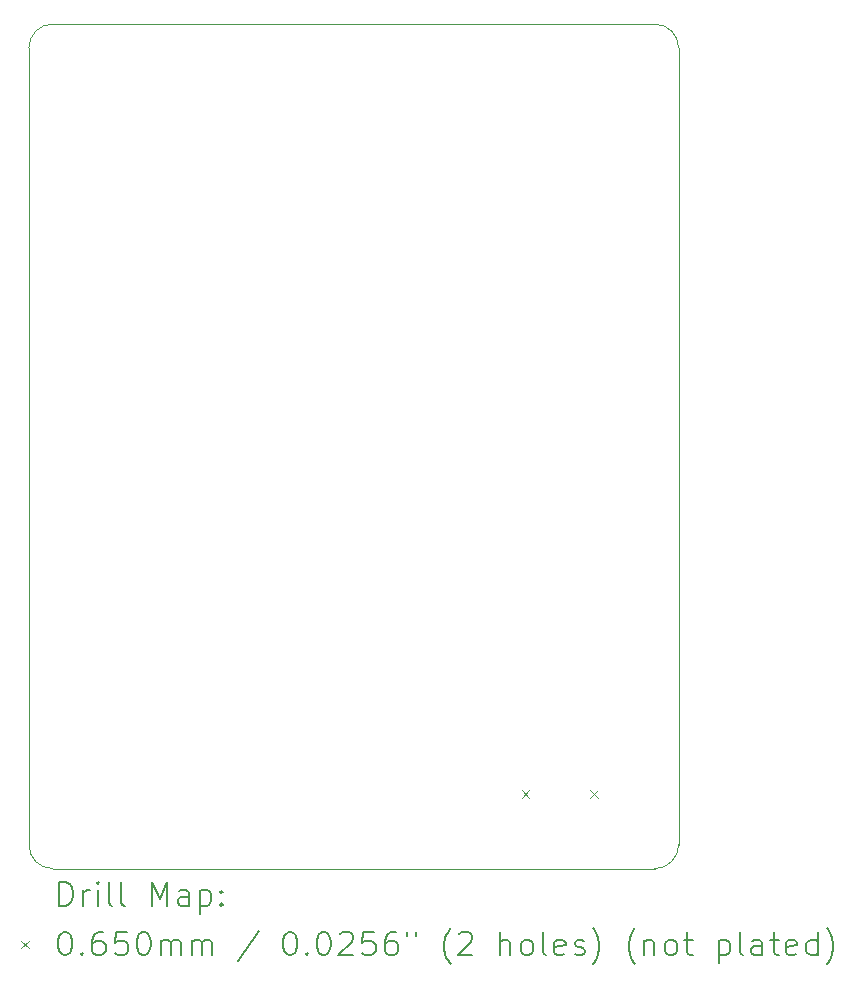
<source format=gbr>
%TF.GenerationSoftware,KiCad,Pcbnew,8.0.5*%
%TF.CreationDate,2024-10-07T09:32:30+08:00*%
%TF.ProjectId,draft-board,64726166-742d-4626-9f61-72642e6b6963,rev?*%
%TF.SameCoordinates,Original*%
%TF.FileFunction,Drillmap*%
%TF.FilePolarity,Positive*%
%FSLAX45Y45*%
G04 Gerber Fmt 4.5, Leading zero omitted, Abs format (unit mm)*
G04 Created by KiCad (PCBNEW 8.0.5) date 2024-10-07 09:32:30*
%MOMM*%
%LPD*%
G01*
G04 APERTURE LIST*
%ADD10C,0.050000*%
%ADD11C,0.200000*%
%ADD12C,0.100000*%
G04 APERTURE END LIST*
D10*
X15500000Y-11950000D02*
G75*
G02*
X15300000Y-12150000I-200000J0D01*
G01*
X15300000Y-12150000D02*
X10200000Y-12150000D01*
X10000000Y-5200000D02*
G75*
G02*
X10200000Y-5000000I200000J0D01*
G01*
X15300000Y-5000000D02*
G75*
G02*
X15500000Y-5200000I0J-200000D01*
G01*
X10000000Y-11950000D02*
X10000000Y-5200000D01*
X10200000Y-5000000D02*
X15300000Y-5000000D01*
X10200000Y-12150000D02*
G75*
G02*
X10000000Y-11950000I0J200000D01*
G01*
X15500000Y-5200000D02*
X15500000Y-11950000D01*
D11*
D12*
X14171740Y-11487520D02*
X14236740Y-11552520D01*
X14236740Y-11487520D02*
X14171740Y-11552520D01*
X14749740Y-11487520D02*
X14814740Y-11552520D01*
X14814740Y-11487520D02*
X14749740Y-11552520D01*
D11*
X10258277Y-12463984D02*
X10258277Y-12263984D01*
X10258277Y-12263984D02*
X10305896Y-12263984D01*
X10305896Y-12263984D02*
X10334467Y-12273508D01*
X10334467Y-12273508D02*
X10353515Y-12292555D01*
X10353515Y-12292555D02*
X10363039Y-12311603D01*
X10363039Y-12311603D02*
X10372563Y-12349698D01*
X10372563Y-12349698D02*
X10372563Y-12378269D01*
X10372563Y-12378269D02*
X10363039Y-12416365D01*
X10363039Y-12416365D02*
X10353515Y-12435412D01*
X10353515Y-12435412D02*
X10334467Y-12454460D01*
X10334467Y-12454460D02*
X10305896Y-12463984D01*
X10305896Y-12463984D02*
X10258277Y-12463984D01*
X10458277Y-12463984D02*
X10458277Y-12330650D01*
X10458277Y-12368746D02*
X10467801Y-12349698D01*
X10467801Y-12349698D02*
X10477324Y-12340174D01*
X10477324Y-12340174D02*
X10496372Y-12330650D01*
X10496372Y-12330650D02*
X10515420Y-12330650D01*
X10582086Y-12463984D02*
X10582086Y-12330650D01*
X10582086Y-12263984D02*
X10572563Y-12273508D01*
X10572563Y-12273508D02*
X10582086Y-12283031D01*
X10582086Y-12283031D02*
X10591610Y-12273508D01*
X10591610Y-12273508D02*
X10582086Y-12263984D01*
X10582086Y-12263984D02*
X10582086Y-12283031D01*
X10705896Y-12463984D02*
X10686848Y-12454460D01*
X10686848Y-12454460D02*
X10677324Y-12435412D01*
X10677324Y-12435412D02*
X10677324Y-12263984D01*
X10810658Y-12463984D02*
X10791610Y-12454460D01*
X10791610Y-12454460D02*
X10782086Y-12435412D01*
X10782086Y-12435412D02*
X10782086Y-12263984D01*
X11039229Y-12463984D02*
X11039229Y-12263984D01*
X11039229Y-12263984D02*
X11105896Y-12406841D01*
X11105896Y-12406841D02*
X11172563Y-12263984D01*
X11172563Y-12263984D02*
X11172563Y-12463984D01*
X11353515Y-12463984D02*
X11353515Y-12359222D01*
X11353515Y-12359222D02*
X11343991Y-12340174D01*
X11343991Y-12340174D02*
X11324943Y-12330650D01*
X11324943Y-12330650D02*
X11286848Y-12330650D01*
X11286848Y-12330650D02*
X11267801Y-12340174D01*
X11353515Y-12454460D02*
X11334467Y-12463984D01*
X11334467Y-12463984D02*
X11286848Y-12463984D01*
X11286848Y-12463984D02*
X11267801Y-12454460D01*
X11267801Y-12454460D02*
X11258277Y-12435412D01*
X11258277Y-12435412D02*
X11258277Y-12416365D01*
X11258277Y-12416365D02*
X11267801Y-12397317D01*
X11267801Y-12397317D02*
X11286848Y-12387793D01*
X11286848Y-12387793D02*
X11334467Y-12387793D01*
X11334467Y-12387793D02*
X11353515Y-12378269D01*
X11448753Y-12330650D02*
X11448753Y-12530650D01*
X11448753Y-12340174D02*
X11467801Y-12330650D01*
X11467801Y-12330650D02*
X11505896Y-12330650D01*
X11505896Y-12330650D02*
X11524943Y-12340174D01*
X11524943Y-12340174D02*
X11534467Y-12349698D01*
X11534467Y-12349698D02*
X11543991Y-12368746D01*
X11543991Y-12368746D02*
X11543991Y-12425888D01*
X11543991Y-12425888D02*
X11534467Y-12444936D01*
X11534467Y-12444936D02*
X11524943Y-12454460D01*
X11524943Y-12454460D02*
X11505896Y-12463984D01*
X11505896Y-12463984D02*
X11467801Y-12463984D01*
X11467801Y-12463984D02*
X11448753Y-12454460D01*
X11629705Y-12444936D02*
X11639229Y-12454460D01*
X11639229Y-12454460D02*
X11629705Y-12463984D01*
X11629705Y-12463984D02*
X11620182Y-12454460D01*
X11620182Y-12454460D02*
X11629705Y-12444936D01*
X11629705Y-12444936D02*
X11629705Y-12463984D01*
X11629705Y-12340174D02*
X11639229Y-12349698D01*
X11639229Y-12349698D02*
X11629705Y-12359222D01*
X11629705Y-12359222D02*
X11620182Y-12349698D01*
X11620182Y-12349698D02*
X11629705Y-12340174D01*
X11629705Y-12340174D02*
X11629705Y-12359222D01*
D12*
X9932500Y-12760000D02*
X9997500Y-12825000D01*
X9997500Y-12760000D02*
X9932500Y-12825000D01*
D11*
X10296372Y-12683984D02*
X10315420Y-12683984D01*
X10315420Y-12683984D02*
X10334467Y-12693508D01*
X10334467Y-12693508D02*
X10343991Y-12703031D01*
X10343991Y-12703031D02*
X10353515Y-12722079D01*
X10353515Y-12722079D02*
X10363039Y-12760174D01*
X10363039Y-12760174D02*
X10363039Y-12807793D01*
X10363039Y-12807793D02*
X10353515Y-12845888D01*
X10353515Y-12845888D02*
X10343991Y-12864936D01*
X10343991Y-12864936D02*
X10334467Y-12874460D01*
X10334467Y-12874460D02*
X10315420Y-12883984D01*
X10315420Y-12883984D02*
X10296372Y-12883984D01*
X10296372Y-12883984D02*
X10277324Y-12874460D01*
X10277324Y-12874460D02*
X10267801Y-12864936D01*
X10267801Y-12864936D02*
X10258277Y-12845888D01*
X10258277Y-12845888D02*
X10248753Y-12807793D01*
X10248753Y-12807793D02*
X10248753Y-12760174D01*
X10248753Y-12760174D02*
X10258277Y-12722079D01*
X10258277Y-12722079D02*
X10267801Y-12703031D01*
X10267801Y-12703031D02*
X10277324Y-12693508D01*
X10277324Y-12693508D02*
X10296372Y-12683984D01*
X10448753Y-12864936D02*
X10458277Y-12874460D01*
X10458277Y-12874460D02*
X10448753Y-12883984D01*
X10448753Y-12883984D02*
X10439229Y-12874460D01*
X10439229Y-12874460D02*
X10448753Y-12864936D01*
X10448753Y-12864936D02*
X10448753Y-12883984D01*
X10629705Y-12683984D02*
X10591610Y-12683984D01*
X10591610Y-12683984D02*
X10572563Y-12693508D01*
X10572563Y-12693508D02*
X10563039Y-12703031D01*
X10563039Y-12703031D02*
X10543991Y-12731603D01*
X10543991Y-12731603D02*
X10534467Y-12769698D01*
X10534467Y-12769698D02*
X10534467Y-12845888D01*
X10534467Y-12845888D02*
X10543991Y-12864936D01*
X10543991Y-12864936D02*
X10553515Y-12874460D01*
X10553515Y-12874460D02*
X10572563Y-12883984D01*
X10572563Y-12883984D02*
X10610658Y-12883984D01*
X10610658Y-12883984D02*
X10629705Y-12874460D01*
X10629705Y-12874460D02*
X10639229Y-12864936D01*
X10639229Y-12864936D02*
X10648753Y-12845888D01*
X10648753Y-12845888D02*
X10648753Y-12798269D01*
X10648753Y-12798269D02*
X10639229Y-12779222D01*
X10639229Y-12779222D02*
X10629705Y-12769698D01*
X10629705Y-12769698D02*
X10610658Y-12760174D01*
X10610658Y-12760174D02*
X10572563Y-12760174D01*
X10572563Y-12760174D02*
X10553515Y-12769698D01*
X10553515Y-12769698D02*
X10543991Y-12779222D01*
X10543991Y-12779222D02*
X10534467Y-12798269D01*
X10829705Y-12683984D02*
X10734467Y-12683984D01*
X10734467Y-12683984D02*
X10724944Y-12779222D01*
X10724944Y-12779222D02*
X10734467Y-12769698D01*
X10734467Y-12769698D02*
X10753515Y-12760174D01*
X10753515Y-12760174D02*
X10801134Y-12760174D01*
X10801134Y-12760174D02*
X10820182Y-12769698D01*
X10820182Y-12769698D02*
X10829705Y-12779222D01*
X10829705Y-12779222D02*
X10839229Y-12798269D01*
X10839229Y-12798269D02*
X10839229Y-12845888D01*
X10839229Y-12845888D02*
X10829705Y-12864936D01*
X10829705Y-12864936D02*
X10820182Y-12874460D01*
X10820182Y-12874460D02*
X10801134Y-12883984D01*
X10801134Y-12883984D02*
X10753515Y-12883984D01*
X10753515Y-12883984D02*
X10734467Y-12874460D01*
X10734467Y-12874460D02*
X10724944Y-12864936D01*
X10963039Y-12683984D02*
X10982086Y-12683984D01*
X10982086Y-12683984D02*
X11001134Y-12693508D01*
X11001134Y-12693508D02*
X11010658Y-12703031D01*
X11010658Y-12703031D02*
X11020182Y-12722079D01*
X11020182Y-12722079D02*
X11029705Y-12760174D01*
X11029705Y-12760174D02*
X11029705Y-12807793D01*
X11029705Y-12807793D02*
X11020182Y-12845888D01*
X11020182Y-12845888D02*
X11010658Y-12864936D01*
X11010658Y-12864936D02*
X11001134Y-12874460D01*
X11001134Y-12874460D02*
X10982086Y-12883984D01*
X10982086Y-12883984D02*
X10963039Y-12883984D01*
X10963039Y-12883984D02*
X10943991Y-12874460D01*
X10943991Y-12874460D02*
X10934467Y-12864936D01*
X10934467Y-12864936D02*
X10924944Y-12845888D01*
X10924944Y-12845888D02*
X10915420Y-12807793D01*
X10915420Y-12807793D02*
X10915420Y-12760174D01*
X10915420Y-12760174D02*
X10924944Y-12722079D01*
X10924944Y-12722079D02*
X10934467Y-12703031D01*
X10934467Y-12703031D02*
X10943991Y-12693508D01*
X10943991Y-12693508D02*
X10963039Y-12683984D01*
X11115420Y-12883984D02*
X11115420Y-12750650D01*
X11115420Y-12769698D02*
X11124944Y-12760174D01*
X11124944Y-12760174D02*
X11143991Y-12750650D01*
X11143991Y-12750650D02*
X11172563Y-12750650D01*
X11172563Y-12750650D02*
X11191610Y-12760174D01*
X11191610Y-12760174D02*
X11201134Y-12779222D01*
X11201134Y-12779222D02*
X11201134Y-12883984D01*
X11201134Y-12779222D02*
X11210658Y-12760174D01*
X11210658Y-12760174D02*
X11229705Y-12750650D01*
X11229705Y-12750650D02*
X11258277Y-12750650D01*
X11258277Y-12750650D02*
X11277324Y-12760174D01*
X11277324Y-12760174D02*
X11286848Y-12779222D01*
X11286848Y-12779222D02*
X11286848Y-12883984D01*
X11382086Y-12883984D02*
X11382086Y-12750650D01*
X11382086Y-12769698D02*
X11391610Y-12760174D01*
X11391610Y-12760174D02*
X11410658Y-12750650D01*
X11410658Y-12750650D02*
X11439229Y-12750650D01*
X11439229Y-12750650D02*
X11458277Y-12760174D01*
X11458277Y-12760174D02*
X11467801Y-12779222D01*
X11467801Y-12779222D02*
X11467801Y-12883984D01*
X11467801Y-12779222D02*
X11477324Y-12760174D01*
X11477324Y-12760174D02*
X11496372Y-12750650D01*
X11496372Y-12750650D02*
X11524943Y-12750650D01*
X11524943Y-12750650D02*
X11543991Y-12760174D01*
X11543991Y-12760174D02*
X11553515Y-12779222D01*
X11553515Y-12779222D02*
X11553515Y-12883984D01*
X11943991Y-12674460D02*
X11772563Y-12931603D01*
X12201134Y-12683984D02*
X12220182Y-12683984D01*
X12220182Y-12683984D02*
X12239229Y-12693508D01*
X12239229Y-12693508D02*
X12248753Y-12703031D01*
X12248753Y-12703031D02*
X12258277Y-12722079D01*
X12258277Y-12722079D02*
X12267801Y-12760174D01*
X12267801Y-12760174D02*
X12267801Y-12807793D01*
X12267801Y-12807793D02*
X12258277Y-12845888D01*
X12258277Y-12845888D02*
X12248753Y-12864936D01*
X12248753Y-12864936D02*
X12239229Y-12874460D01*
X12239229Y-12874460D02*
X12220182Y-12883984D01*
X12220182Y-12883984D02*
X12201134Y-12883984D01*
X12201134Y-12883984D02*
X12182086Y-12874460D01*
X12182086Y-12874460D02*
X12172563Y-12864936D01*
X12172563Y-12864936D02*
X12163039Y-12845888D01*
X12163039Y-12845888D02*
X12153515Y-12807793D01*
X12153515Y-12807793D02*
X12153515Y-12760174D01*
X12153515Y-12760174D02*
X12163039Y-12722079D01*
X12163039Y-12722079D02*
X12172563Y-12703031D01*
X12172563Y-12703031D02*
X12182086Y-12693508D01*
X12182086Y-12693508D02*
X12201134Y-12683984D01*
X12353515Y-12864936D02*
X12363039Y-12874460D01*
X12363039Y-12874460D02*
X12353515Y-12883984D01*
X12353515Y-12883984D02*
X12343991Y-12874460D01*
X12343991Y-12874460D02*
X12353515Y-12864936D01*
X12353515Y-12864936D02*
X12353515Y-12883984D01*
X12486848Y-12683984D02*
X12505896Y-12683984D01*
X12505896Y-12683984D02*
X12524944Y-12693508D01*
X12524944Y-12693508D02*
X12534467Y-12703031D01*
X12534467Y-12703031D02*
X12543991Y-12722079D01*
X12543991Y-12722079D02*
X12553515Y-12760174D01*
X12553515Y-12760174D02*
X12553515Y-12807793D01*
X12553515Y-12807793D02*
X12543991Y-12845888D01*
X12543991Y-12845888D02*
X12534467Y-12864936D01*
X12534467Y-12864936D02*
X12524944Y-12874460D01*
X12524944Y-12874460D02*
X12505896Y-12883984D01*
X12505896Y-12883984D02*
X12486848Y-12883984D01*
X12486848Y-12883984D02*
X12467801Y-12874460D01*
X12467801Y-12874460D02*
X12458277Y-12864936D01*
X12458277Y-12864936D02*
X12448753Y-12845888D01*
X12448753Y-12845888D02*
X12439229Y-12807793D01*
X12439229Y-12807793D02*
X12439229Y-12760174D01*
X12439229Y-12760174D02*
X12448753Y-12722079D01*
X12448753Y-12722079D02*
X12458277Y-12703031D01*
X12458277Y-12703031D02*
X12467801Y-12693508D01*
X12467801Y-12693508D02*
X12486848Y-12683984D01*
X12629706Y-12703031D02*
X12639229Y-12693508D01*
X12639229Y-12693508D02*
X12658277Y-12683984D01*
X12658277Y-12683984D02*
X12705896Y-12683984D01*
X12705896Y-12683984D02*
X12724944Y-12693508D01*
X12724944Y-12693508D02*
X12734467Y-12703031D01*
X12734467Y-12703031D02*
X12743991Y-12722079D01*
X12743991Y-12722079D02*
X12743991Y-12741127D01*
X12743991Y-12741127D02*
X12734467Y-12769698D01*
X12734467Y-12769698D02*
X12620182Y-12883984D01*
X12620182Y-12883984D02*
X12743991Y-12883984D01*
X12924944Y-12683984D02*
X12829706Y-12683984D01*
X12829706Y-12683984D02*
X12820182Y-12779222D01*
X12820182Y-12779222D02*
X12829706Y-12769698D01*
X12829706Y-12769698D02*
X12848753Y-12760174D01*
X12848753Y-12760174D02*
X12896372Y-12760174D01*
X12896372Y-12760174D02*
X12915420Y-12769698D01*
X12915420Y-12769698D02*
X12924944Y-12779222D01*
X12924944Y-12779222D02*
X12934467Y-12798269D01*
X12934467Y-12798269D02*
X12934467Y-12845888D01*
X12934467Y-12845888D02*
X12924944Y-12864936D01*
X12924944Y-12864936D02*
X12915420Y-12874460D01*
X12915420Y-12874460D02*
X12896372Y-12883984D01*
X12896372Y-12883984D02*
X12848753Y-12883984D01*
X12848753Y-12883984D02*
X12829706Y-12874460D01*
X12829706Y-12874460D02*
X12820182Y-12864936D01*
X13105896Y-12683984D02*
X13067801Y-12683984D01*
X13067801Y-12683984D02*
X13048753Y-12693508D01*
X13048753Y-12693508D02*
X13039229Y-12703031D01*
X13039229Y-12703031D02*
X13020182Y-12731603D01*
X13020182Y-12731603D02*
X13010658Y-12769698D01*
X13010658Y-12769698D02*
X13010658Y-12845888D01*
X13010658Y-12845888D02*
X13020182Y-12864936D01*
X13020182Y-12864936D02*
X13029706Y-12874460D01*
X13029706Y-12874460D02*
X13048753Y-12883984D01*
X13048753Y-12883984D02*
X13086848Y-12883984D01*
X13086848Y-12883984D02*
X13105896Y-12874460D01*
X13105896Y-12874460D02*
X13115420Y-12864936D01*
X13115420Y-12864936D02*
X13124944Y-12845888D01*
X13124944Y-12845888D02*
X13124944Y-12798269D01*
X13124944Y-12798269D02*
X13115420Y-12779222D01*
X13115420Y-12779222D02*
X13105896Y-12769698D01*
X13105896Y-12769698D02*
X13086848Y-12760174D01*
X13086848Y-12760174D02*
X13048753Y-12760174D01*
X13048753Y-12760174D02*
X13029706Y-12769698D01*
X13029706Y-12769698D02*
X13020182Y-12779222D01*
X13020182Y-12779222D02*
X13010658Y-12798269D01*
X13201134Y-12683984D02*
X13201134Y-12722079D01*
X13277325Y-12683984D02*
X13277325Y-12722079D01*
X13572563Y-12960174D02*
X13563039Y-12950650D01*
X13563039Y-12950650D02*
X13543991Y-12922079D01*
X13543991Y-12922079D02*
X13534468Y-12903031D01*
X13534468Y-12903031D02*
X13524944Y-12874460D01*
X13524944Y-12874460D02*
X13515420Y-12826841D01*
X13515420Y-12826841D02*
X13515420Y-12788746D01*
X13515420Y-12788746D02*
X13524944Y-12741127D01*
X13524944Y-12741127D02*
X13534468Y-12712555D01*
X13534468Y-12712555D02*
X13543991Y-12693508D01*
X13543991Y-12693508D02*
X13563039Y-12664936D01*
X13563039Y-12664936D02*
X13572563Y-12655412D01*
X13639229Y-12703031D02*
X13648753Y-12693508D01*
X13648753Y-12693508D02*
X13667801Y-12683984D01*
X13667801Y-12683984D02*
X13715420Y-12683984D01*
X13715420Y-12683984D02*
X13734468Y-12693508D01*
X13734468Y-12693508D02*
X13743991Y-12703031D01*
X13743991Y-12703031D02*
X13753515Y-12722079D01*
X13753515Y-12722079D02*
X13753515Y-12741127D01*
X13753515Y-12741127D02*
X13743991Y-12769698D01*
X13743991Y-12769698D02*
X13629706Y-12883984D01*
X13629706Y-12883984D02*
X13753515Y-12883984D01*
X13991610Y-12883984D02*
X13991610Y-12683984D01*
X14077325Y-12883984D02*
X14077325Y-12779222D01*
X14077325Y-12779222D02*
X14067801Y-12760174D01*
X14067801Y-12760174D02*
X14048753Y-12750650D01*
X14048753Y-12750650D02*
X14020182Y-12750650D01*
X14020182Y-12750650D02*
X14001134Y-12760174D01*
X14001134Y-12760174D02*
X13991610Y-12769698D01*
X14201134Y-12883984D02*
X14182087Y-12874460D01*
X14182087Y-12874460D02*
X14172563Y-12864936D01*
X14172563Y-12864936D02*
X14163039Y-12845888D01*
X14163039Y-12845888D02*
X14163039Y-12788746D01*
X14163039Y-12788746D02*
X14172563Y-12769698D01*
X14172563Y-12769698D02*
X14182087Y-12760174D01*
X14182087Y-12760174D02*
X14201134Y-12750650D01*
X14201134Y-12750650D02*
X14229706Y-12750650D01*
X14229706Y-12750650D02*
X14248753Y-12760174D01*
X14248753Y-12760174D02*
X14258277Y-12769698D01*
X14258277Y-12769698D02*
X14267801Y-12788746D01*
X14267801Y-12788746D02*
X14267801Y-12845888D01*
X14267801Y-12845888D02*
X14258277Y-12864936D01*
X14258277Y-12864936D02*
X14248753Y-12874460D01*
X14248753Y-12874460D02*
X14229706Y-12883984D01*
X14229706Y-12883984D02*
X14201134Y-12883984D01*
X14382087Y-12883984D02*
X14363039Y-12874460D01*
X14363039Y-12874460D02*
X14353515Y-12855412D01*
X14353515Y-12855412D02*
X14353515Y-12683984D01*
X14534468Y-12874460D02*
X14515420Y-12883984D01*
X14515420Y-12883984D02*
X14477325Y-12883984D01*
X14477325Y-12883984D02*
X14458277Y-12874460D01*
X14458277Y-12874460D02*
X14448753Y-12855412D01*
X14448753Y-12855412D02*
X14448753Y-12779222D01*
X14448753Y-12779222D02*
X14458277Y-12760174D01*
X14458277Y-12760174D02*
X14477325Y-12750650D01*
X14477325Y-12750650D02*
X14515420Y-12750650D01*
X14515420Y-12750650D02*
X14534468Y-12760174D01*
X14534468Y-12760174D02*
X14543991Y-12779222D01*
X14543991Y-12779222D02*
X14543991Y-12798269D01*
X14543991Y-12798269D02*
X14448753Y-12817317D01*
X14620182Y-12874460D02*
X14639230Y-12883984D01*
X14639230Y-12883984D02*
X14677325Y-12883984D01*
X14677325Y-12883984D02*
X14696372Y-12874460D01*
X14696372Y-12874460D02*
X14705896Y-12855412D01*
X14705896Y-12855412D02*
X14705896Y-12845888D01*
X14705896Y-12845888D02*
X14696372Y-12826841D01*
X14696372Y-12826841D02*
X14677325Y-12817317D01*
X14677325Y-12817317D02*
X14648753Y-12817317D01*
X14648753Y-12817317D02*
X14629706Y-12807793D01*
X14629706Y-12807793D02*
X14620182Y-12788746D01*
X14620182Y-12788746D02*
X14620182Y-12779222D01*
X14620182Y-12779222D02*
X14629706Y-12760174D01*
X14629706Y-12760174D02*
X14648753Y-12750650D01*
X14648753Y-12750650D02*
X14677325Y-12750650D01*
X14677325Y-12750650D02*
X14696372Y-12760174D01*
X14772563Y-12960174D02*
X14782087Y-12950650D01*
X14782087Y-12950650D02*
X14801134Y-12922079D01*
X14801134Y-12922079D02*
X14810658Y-12903031D01*
X14810658Y-12903031D02*
X14820182Y-12874460D01*
X14820182Y-12874460D02*
X14829706Y-12826841D01*
X14829706Y-12826841D02*
X14829706Y-12788746D01*
X14829706Y-12788746D02*
X14820182Y-12741127D01*
X14820182Y-12741127D02*
X14810658Y-12712555D01*
X14810658Y-12712555D02*
X14801134Y-12693508D01*
X14801134Y-12693508D02*
X14782087Y-12664936D01*
X14782087Y-12664936D02*
X14772563Y-12655412D01*
X15134468Y-12960174D02*
X15124944Y-12950650D01*
X15124944Y-12950650D02*
X15105896Y-12922079D01*
X15105896Y-12922079D02*
X15096372Y-12903031D01*
X15096372Y-12903031D02*
X15086849Y-12874460D01*
X15086849Y-12874460D02*
X15077325Y-12826841D01*
X15077325Y-12826841D02*
X15077325Y-12788746D01*
X15077325Y-12788746D02*
X15086849Y-12741127D01*
X15086849Y-12741127D02*
X15096372Y-12712555D01*
X15096372Y-12712555D02*
X15105896Y-12693508D01*
X15105896Y-12693508D02*
X15124944Y-12664936D01*
X15124944Y-12664936D02*
X15134468Y-12655412D01*
X15210658Y-12750650D02*
X15210658Y-12883984D01*
X15210658Y-12769698D02*
X15220182Y-12760174D01*
X15220182Y-12760174D02*
X15239230Y-12750650D01*
X15239230Y-12750650D02*
X15267801Y-12750650D01*
X15267801Y-12750650D02*
X15286849Y-12760174D01*
X15286849Y-12760174D02*
X15296372Y-12779222D01*
X15296372Y-12779222D02*
X15296372Y-12883984D01*
X15420182Y-12883984D02*
X15401134Y-12874460D01*
X15401134Y-12874460D02*
X15391611Y-12864936D01*
X15391611Y-12864936D02*
X15382087Y-12845888D01*
X15382087Y-12845888D02*
X15382087Y-12788746D01*
X15382087Y-12788746D02*
X15391611Y-12769698D01*
X15391611Y-12769698D02*
X15401134Y-12760174D01*
X15401134Y-12760174D02*
X15420182Y-12750650D01*
X15420182Y-12750650D02*
X15448753Y-12750650D01*
X15448753Y-12750650D02*
X15467801Y-12760174D01*
X15467801Y-12760174D02*
X15477325Y-12769698D01*
X15477325Y-12769698D02*
X15486849Y-12788746D01*
X15486849Y-12788746D02*
X15486849Y-12845888D01*
X15486849Y-12845888D02*
X15477325Y-12864936D01*
X15477325Y-12864936D02*
X15467801Y-12874460D01*
X15467801Y-12874460D02*
X15448753Y-12883984D01*
X15448753Y-12883984D02*
X15420182Y-12883984D01*
X15543992Y-12750650D02*
X15620182Y-12750650D01*
X15572563Y-12683984D02*
X15572563Y-12855412D01*
X15572563Y-12855412D02*
X15582087Y-12874460D01*
X15582087Y-12874460D02*
X15601134Y-12883984D01*
X15601134Y-12883984D02*
X15620182Y-12883984D01*
X15839230Y-12750650D02*
X15839230Y-12950650D01*
X15839230Y-12760174D02*
X15858277Y-12750650D01*
X15858277Y-12750650D02*
X15896373Y-12750650D01*
X15896373Y-12750650D02*
X15915420Y-12760174D01*
X15915420Y-12760174D02*
X15924944Y-12769698D01*
X15924944Y-12769698D02*
X15934468Y-12788746D01*
X15934468Y-12788746D02*
X15934468Y-12845888D01*
X15934468Y-12845888D02*
X15924944Y-12864936D01*
X15924944Y-12864936D02*
X15915420Y-12874460D01*
X15915420Y-12874460D02*
X15896373Y-12883984D01*
X15896373Y-12883984D02*
X15858277Y-12883984D01*
X15858277Y-12883984D02*
X15839230Y-12874460D01*
X16048753Y-12883984D02*
X16029706Y-12874460D01*
X16029706Y-12874460D02*
X16020182Y-12855412D01*
X16020182Y-12855412D02*
X16020182Y-12683984D01*
X16210658Y-12883984D02*
X16210658Y-12779222D01*
X16210658Y-12779222D02*
X16201134Y-12760174D01*
X16201134Y-12760174D02*
X16182087Y-12750650D01*
X16182087Y-12750650D02*
X16143992Y-12750650D01*
X16143992Y-12750650D02*
X16124944Y-12760174D01*
X16210658Y-12874460D02*
X16191611Y-12883984D01*
X16191611Y-12883984D02*
X16143992Y-12883984D01*
X16143992Y-12883984D02*
X16124944Y-12874460D01*
X16124944Y-12874460D02*
X16115420Y-12855412D01*
X16115420Y-12855412D02*
X16115420Y-12836365D01*
X16115420Y-12836365D02*
X16124944Y-12817317D01*
X16124944Y-12817317D02*
X16143992Y-12807793D01*
X16143992Y-12807793D02*
X16191611Y-12807793D01*
X16191611Y-12807793D02*
X16210658Y-12798269D01*
X16277325Y-12750650D02*
X16353515Y-12750650D01*
X16305896Y-12683984D02*
X16305896Y-12855412D01*
X16305896Y-12855412D02*
X16315420Y-12874460D01*
X16315420Y-12874460D02*
X16334468Y-12883984D01*
X16334468Y-12883984D02*
X16353515Y-12883984D01*
X16496373Y-12874460D02*
X16477325Y-12883984D01*
X16477325Y-12883984D02*
X16439230Y-12883984D01*
X16439230Y-12883984D02*
X16420182Y-12874460D01*
X16420182Y-12874460D02*
X16410658Y-12855412D01*
X16410658Y-12855412D02*
X16410658Y-12779222D01*
X16410658Y-12779222D02*
X16420182Y-12760174D01*
X16420182Y-12760174D02*
X16439230Y-12750650D01*
X16439230Y-12750650D02*
X16477325Y-12750650D01*
X16477325Y-12750650D02*
X16496373Y-12760174D01*
X16496373Y-12760174D02*
X16505896Y-12779222D01*
X16505896Y-12779222D02*
X16505896Y-12798269D01*
X16505896Y-12798269D02*
X16410658Y-12817317D01*
X16677325Y-12883984D02*
X16677325Y-12683984D01*
X16677325Y-12874460D02*
X16658277Y-12883984D01*
X16658277Y-12883984D02*
X16620182Y-12883984D01*
X16620182Y-12883984D02*
X16601134Y-12874460D01*
X16601134Y-12874460D02*
X16591611Y-12864936D01*
X16591611Y-12864936D02*
X16582087Y-12845888D01*
X16582087Y-12845888D02*
X16582087Y-12788746D01*
X16582087Y-12788746D02*
X16591611Y-12769698D01*
X16591611Y-12769698D02*
X16601134Y-12760174D01*
X16601134Y-12760174D02*
X16620182Y-12750650D01*
X16620182Y-12750650D02*
X16658277Y-12750650D01*
X16658277Y-12750650D02*
X16677325Y-12760174D01*
X16753515Y-12960174D02*
X16763039Y-12950650D01*
X16763039Y-12950650D02*
X16782087Y-12922079D01*
X16782087Y-12922079D02*
X16791611Y-12903031D01*
X16791611Y-12903031D02*
X16801135Y-12874460D01*
X16801135Y-12874460D02*
X16810658Y-12826841D01*
X16810658Y-12826841D02*
X16810658Y-12788746D01*
X16810658Y-12788746D02*
X16801135Y-12741127D01*
X16801135Y-12741127D02*
X16791611Y-12712555D01*
X16791611Y-12712555D02*
X16782087Y-12693508D01*
X16782087Y-12693508D02*
X16763039Y-12664936D01*
X16763039Y-12664936D02*
X16753515Y-12655412D01*
M02*

</source>
